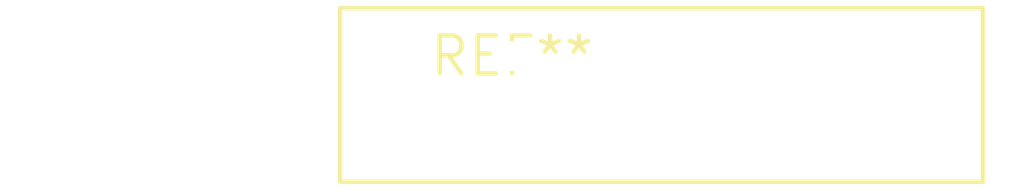
<source format=kicad_pcb>
(kicad_pcb (version 20240108) (generator pcbnew)
  (layers (0 "F.Cu" signal) (31 "B.Cu" signal) (34 "B.Paste" user) (35 "F.Paste" user) (36 "B.SilkS" user "B.Silkscreen") (37 "F.SilkS" user "F.Silkscreen") (38 "B.Mask" user) (39 "F.Mask" user) (44 "Edge.Cuts" user))
  (net 0 "")
  (footprint "RV_Disc_D21.5mm_W5.8mm_P10mm" (layer "F.Cu") (at 0 0)
    (property "Reference" "REF**")
    (property "Value" "RV_Disc_D21.5mm_W5.8mm_P10mm")
    (fp_line (start -5.75 -1.6) (end -5.75 4.2) (layer "F.SilkS") (stroke (width 0.15)))
    (fp_line (start -5.75 -1.6) (end 15.75 -1.6) (layer "F.SilkS") (stroke (width 0.15)))
    (fp_line (start -5.75 4.2) (end 15.75 4.2) (layer "F.SilkS") (stroke (width 0.15)))
    (fp_line (start 15.75 -1.6) (end 15.75 4.2) (layer "F.SilkS") (stroke (width 0.15)))
    (pad "1" thru_hole circle (at 0 0) (size 2 2) (drill 1) (layers *.Cu *.Mask) (remove_unused_layers))
    (pad "2" thru_hole circle (at 10 2.6) (size 2 2) (drill 1) (layers *.Cu *.Mask) (remove_unused_layers))
  )
)
</source>
